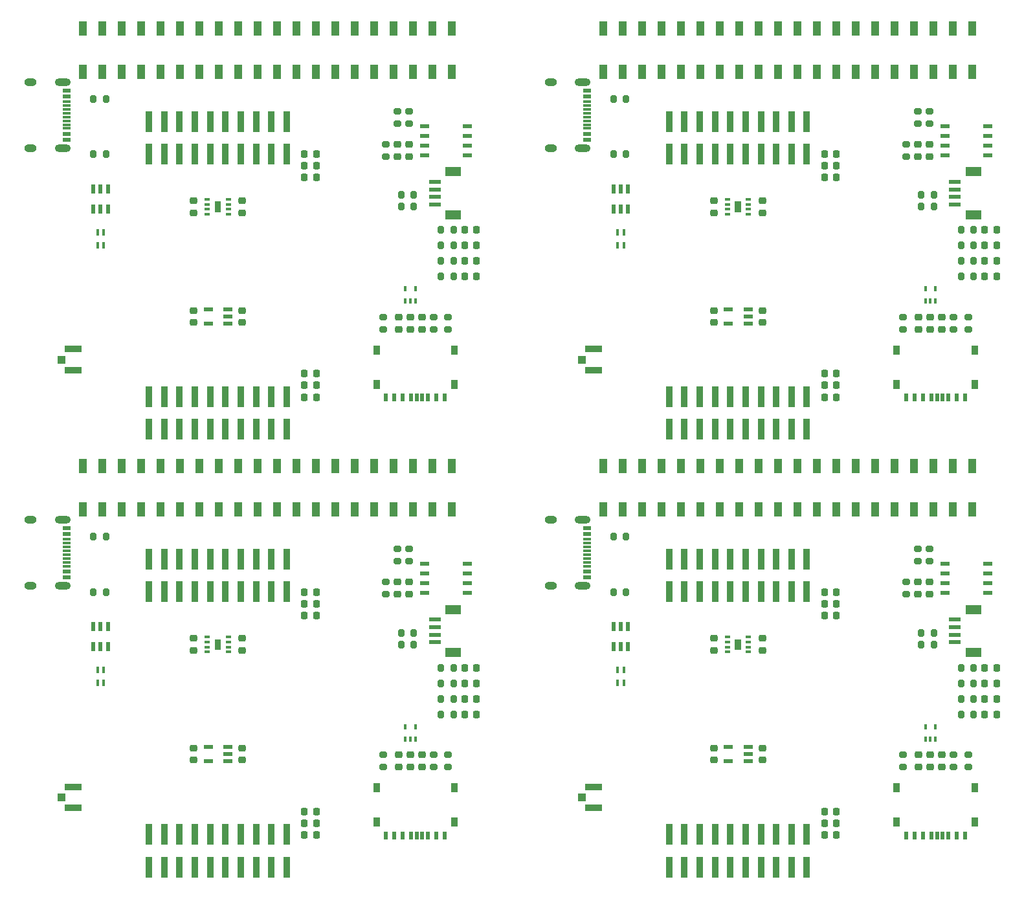
<source format=gtp>
%TF.GenerationSoftware,KiCad,Pcbnew,8.0.7*%
%TF.CreationDate,2025-03-20T16:22:27+00:00*%
%TF.ProjectId,SparkFun_GNSS_Flex_pHAT_panelized,53706172-6b46-4756-9e5f-474e53535f46,v10*%
%TF.SameCoordinates,Original*%
%TF.FileFunction,Paste,Top*%
%TF.FilePolarity,Positive*%
%FSLAX46Y46*%
G04 Gerber Fmt 4.6, Leading zero omitted, Abs format (unit mm)*
G04 Created by KiCad (PCBNEW 8.0.7) date 2025-03-20 16:22:27*
%MOMM*%
%LPD*%
G01*
G04 APERTURE LIST*
G04 Aperture macros list*
%AMRoundRect*
0 Rectangle with rounded corners*
0 $1 Rounding radius*
0 $2 $3 $4 $5 $6 $7 $8 $9 X,Y pos of 4 corners*
0 Add a 4 corners polygon primitive as box body*
4,1,4,$2,$3,$4,$5,$6,$7,$8,$9,$2,$3,0*
0 Add four circle primitives for the rounded corners*
1,1,$1+$1,$2,$3*
1,1,$1+$1,$4,$5*
1,1,$1+$1,$6,$7*
1,1,$1+$1,$8,$9*
0 Add four rect primitives between the rounded corners*
20,1,$1+$1,$2,$3,$4,$5,0*
20,1,$1+$1,$4,$5,$6,$7,0*
20,1,$1+$1,$6,$7,$8,$9,0*
20,1,$1+$1,$8,$9,$2,$3,0*%
G04 Aperture macros list end*
%ADD10RoundRect,0.200000X0.200000X0.275000X-0.200000X0.275000X-0.200000X-0.275000X0.200000X-0.275000X0*%
%ADD11RoundRect,0.225000X-0.225000X-0.250000X0.225000X-0.250000X0.225000X0.250000X-0.225000X0.250000X0*%
%ADD12RoundRect,0.218750X0.218750X0.256250X-0.218750X0.256250X-0.218750X-0.256250X0.218750X-0.256250X0*%
%ADD13R,0.900000X2.750000*%
%ADD14RoundRect,0.225000X0.250000X-0.225000X0.250000X0.225000X-0.250000X0.225000X-0.250000X-0.225000X0*%
%ADD15RoundRect,0.200000X0.275000X-0.200000X0.275000X0.200000X-0.275000X0.200000X-0.275000X-0.200000X0*%
%ADD16RoundRect,0.200000X-0.200000X-0.275000X0.200000X-0.275000X0.200000X0.275000X-0.200000X0.275000X0*%
%ADD17RoundRect,0.200000X-0.275000X0.200000X-0.275000X-0.200000X0.275000X-0.200000X0.275000X0.200000X0*%
%ADD18R,0.500000X1.000000*%
%ADD19R,0.950000X1.200000*%
%ADD20R,0.550000X1.200000*%
%ADD21R,1.020000X1.870000*%
%ADD22R,1.550000X0.600000*%
%ADD23R,2.000000X1.200000*%
%ADD24RoundRect,0.225000X-0.250000X0.225000X-0.250000X-0.225000X0.250000X-0.225000X0.250000X0.225000X0*%
%ADD25R,1.200000X0.550000*%
%ADD26RoundRect,0.225000X0.225000X0.250000X-0.225000X0.250000X-0.225000X-0.250000X0.225000X-0.250000X0*%
%ADD27R,1.050000X1.000000*%
%ADD28R,2.200000X0.850000*%
%ADD29R,0.650000X0.300000*%
%ADD30R,1.000000X0.300000*%
%ADD31R,1.000000X0.600000*%
%ADD32O,1.600000X1.000000*%
%ADD33O,2.100000X1.000000*%
%ADD34R,1.200000X0.600000*%
%ADD35R,0.300000X0.700000*%
%ADD36R,0.400000X0.900000*%
G04 APERTURE END LIST*
%TO.C,U2*%
G36*
X25600000Y32687500D02*
G01*
X26400000Y32687500D01*
X26400000Y31312500D01*
X25600000Y31312500D01*
X25600000Y32687500D01*
G37*
G36*
X93640000Y89937500D02*
G01*
X94440000Y89937500D01*
X94440000Y88562500D01*
X93640000Y88562500D01*
X93640000Y89937500D01*
G37*
G36*
X25600000Y89937500D02*
G01*
X26400000Y89937500D01*
X26400000Y88562500D01*
X25600000Y88562500D01*
X25600000Y89937500D01*
G37*
G36*
X93640000Y32687500D02*
G01*
X94440000Y32687500D01*
X94440000Y31312500D01*
X93640000Y31312500D01*
X93640000Y32687500D01*
G37*
%TD*%
D10*
%TO.C,R5*%
X51625000Y89254000D03*
X49975000Y89254000D03*
%TD*%
%TO.C,R5*%
X51625000Y32004000D03*
X49975000Y32004000D03*
%TD*%
%TO.C,R5*%
X119665000Y32004000D03*
X118015000Y32004000D03*
%TD*%
%TO.C,R5*%
X119665000Y89254000D03*
X118015000Y89254000D03*
%TD*%
D11*
%TO.C,C15*%
X105365000Y93064000D03*
X106915000Y93064000D03*
%TD*%
%TO.C,C15*%
X37325000Y35814000D03*
X38875000Y35814000D03*
%TD*%
%TO.C,C15*%
X37325000Y93064000D03*
X38875000Y93064000D03*
%TD*%
%TO.C,C15*%
X105365000Y35814000D03*
X106915000Y35814000D03*
%TD*%
%TO.C,C12*%
X37325000Y67410000D03*
X38875000Y67410000D03*
%TD*%
%TO.C,C12*%
X105365000Y10160000D03*
X106915000Y10160000D03*
%TD*%
%TO.C,C12*%
X105365000Y67410000D03*
X106915000Y67410000D03*
%TD*%
%TO.C,C12*%
X37325000Y10160000D03*
X38875000Y10160000D03*
%TD*%
D12*
%TO.C,D4*%
X127882500Y22860000D03*
X126307500Y22860000D03*
%TD*%
%TO.C,D4*%
X59842500Y80110000D03*
X58267500Y80110000D03*
%TD*%
%TO.C,D4*%
X127882500Y80110000D03*
X126307500Y80110000D03*
%TD*%
%TO.C,D4*%
X59842500Y22860000D03*
X58267500Y22860000D03*
%TD*%
D13*
%TO.C,J4*%
X85040000Y38875000D03*
X85040000Y43125000D03*
X87040000Y38875000D03*
X87040000Y43125000D03*
X89040000Y38875000D03*
X89040000Y43125000D03*
X91040000Y38875000D03*
X91040000Y43125000D03*
X93040000Y38875000D03*
X93040000Y43125000D03*
X95040000Y38875000D03*
X95040000Y43125000D03*
X97040000Y38875000D03*
X97040000Y43125000D03*
X99040000Y38875000D03*
X99040000Y43125000D03*
X101040000Y38875000D03*
X101040000Y43125000D03*
X103040000Y38875000D03*
X103040000Y43125000D03*
%TD*%
%TO.C,J4*%
X17000000Y96125000D03*
X17000000Y100375000D03*
X19000000Y96125000D03*
X19000000Y100375000D03*
X21000000Y96125000D03*
X21000000Y100375000D03*
X23000000Y96125000D03*
X23000000Y100375000D03*
X25000000Y96125000D03*
X25000000Y100375000D03*
X27000000Y96125000D03*
X27000000Y100375000D03*
X29000000Y96125000D03*
X29000000Y100375000D03*
X31000000Y96125000D03*
X31000000Y100375000D03*
X33000000Y96125000D03*
X33000000Y100375000D03*
X35000000Y96125000D03*
X35000000Y100375000D03*
%TD*%
%TO.C,J4*%
X85040000Y96125000D03*
X85040000Y100375000D03*
X87040000Y96125000D03*
X87040000Y100375000D03*
X89040000Y96125000D03*
X89040000Y100375000D03*
X91040000Y96125000D03*
X91040000Y100375000D03*
X93040000Y96125000D03*
X93040000Y100375000D03*
X95040000Y96125000D03*
X95040000Y100375000D03*
X97040000Y96125000D03*
X97040000Y100375000D03*
X99040000Y96125000D03*
X99040000Y100375000D03*
X101040000Y96125000D03*
X101040000Y100375000D03*
X103040000Y96125000D03*
X103040000Y100375000D03*
%TD*%
%TO.C,J4*%
X17000000Y38875000D03*
X17000000Y43125000D03*
X19000000Y38875000D03*
X19000000Y43125000D03*
X21000000Y38875000D03*
X21000000Y43125000D03*
X23000000Y38875000D03*
X23000000Y43125000D03*
X25000000Y38875000D03*
X25000000Y43125000D03*
X27000000Y38875000D03*
X27000000Y43125000D03*
X29000000Y38875000D03*
X29000000Y43125000D03*
X31000000Y38875000D03*
X31000000Y43125000D03*
X33000000Y38875000D03*
X33000000Y43125000D03*
X35000000Y38875000D03*
X35000000Y43125000D03*
%TD*%
D14*
%TO.C,C1*%
X49530000Y95845000D03*
X49530000Y97395000D03*
%TD*%
%TO.C,C1*%
X117570000Y38595000D03*
X117570000Y40145000D03*
%TD*%
%TO.C,C1*%
X49530000Y38595000D03*
X49530000Y40145000D03*
%TD*%
%TO.C,C1*%
X117570000Y95845000D03*
X117570000Y97395000D03*
%TD*%
D15*
%TO.C,R8*%
X47625000Y15939000D03*
X47625000Y17589000D03*
%TD*%
%TO.C,R8*%
X115665000Y15939000D03*
X115665000Y17589000D03*
%TD*%
%TO.C,R8*%
X47625000Y73189000D03*
X47625000Y74839000D03*
%TD*%
%TO.C,R8*%
X115665000Y73189000D03*
X115665000Y74839000D03*
%TD*%
D11*
%TO.C,C10*%
X37325000Y7093000D03*
X38875000Y7093000D03*
%TD*%
%TO.C,C10*%
X37325000Y64343000D03*
X38875000Y64343000D03*
%TD*%
%TO.C,C10*%
X105365000Y64343000D03*
X106915000Y64343000D03*
%TD*%
%TO.C,C10*%
X105365000Y7093000D03*
X106915000Y7093000D03*
%TD*%
D14*
%TO.C,C3*%
X22860000Y31229000D03*
X22860000Y32779000D03*
%TD*%
%TO.C,C3*%
X90900000Y88479000D03*
X90900000Y90029000D03*
%TD*%
%TO.C,C3*%
X22860000Y88479000D03*
X22860000Y90029000D03*
%TD*%
%TO.C,C3*%
X90900000Y31229000D03*
X90900000Y32779000D03*
%TD*%
D13*
%TO.C,J2*%
X17000000Y2875000D03*
X17000000Y7125000D03*
X19000000Y2875000D03*
X19000000Y7125000D03*
X21000000Y2875000D03*
X21000000Y7125000D03*
X23000000Y2875000D03*
X23000000Y7125000D03*
X25000000Y2875000D03*
X25000000Y7125000D03*
X27000000Y2875000D03*
X27000000Y7125000D03*
X29000000Y2875000D03*
X29000000Y7125000D03*
X31000000Y2875000D03*
X31000000Y7125000D03*
X33000000Y2875000D03*
X33000000Y7125000D03*
X35000000Y2875000D03*
X35000000Y7125000D03*
%TD*%
%TO.C,J2*%
X85040000Y60125000D03*
X85040000Y64375000D03*
X87040000Y60125000D03*
X87040000Y64375000D03*
X89040000Y60125000D03*
X89040000Y64375000D03*
X91040000Y60125000D03*
X91040000Y64375000D03*
X93040000Y60125000D03*
X93040000Y64375000D03*
X95040000Y60125000D03*
X95040000Y64375000D03*
X97040000Y60125000D03*
X97040000Y64375000D03*
X99040000Y60125000D03*
X99040000Y64375000D03*
X101040000Y60125000D03*
X101040000Y64375000D03*
X103040000Y60125000D03*
X103040000Y64375000D03*
%TD*%
%TO.C,J2*%
X17000000Y60125000D03*
X17000000Y64375000D03*
X19000000Y60125000D03*
X19000000Y64375000D03*
X21000000Y60125000D03*
X21000000Y64375000D03*
X23000000Y60125000D03*
X23000000Y64375000D03*
X25000000Y60125000D03*
X25000000Y64375000D03*
X27000000Y60125000D03*
X27000000Y64375000D03*
X29000000Y60125000D03*
X29000000Y64375000D03*
X31000000Y60125000D03*
X31000000Y64375000D03*
X33000000Y60125000D03*
X33000000Y64375000D03*
X35000000Y60125000D03*
X35000000Y64375000D03*
%TD*%
%TO.C,J2*%
X85040000Y2875000D03*
X85040000Y7125000D03*
X87040000Y2875000D03*
X87040000Y7125000D03*
X89040000Y2875000D03*
X89040000Y7125000D03*
X91040000Y2875000D03*
X91040000Y7125000D03*
X93040000Y2875000D03*
X93040000Y7125000D03*
X95040000Y2875000D03*
X95040000Y7125000D03*
X97040000Y2875000D03*
X97040000Y7125000D03*
X99040000Y2875000D03*
X99040000Y7125000D03*
X101040000Y2875000D03*
X101040000Y7125000D03*
X103040000Y2875000D03*
X103040000Y7125000D03*
%TD*%
D16*
%TO.C,R14*%
X55182000Y28956000D03*
X56832000Y28956000D03*
%TD*%
%TO.C,R14*%
X123222000Y28956000D03*
X124872000Y28956000D03*
%TD*%
%TO.C,R14*%
X55182000Y86206000D03*
X56832000Y86206000D03*
%TD*%
%TO.C,R14*%
X123222000Y86206000D03*
X124872000Y86206000D03*
%TD*%
D10*
%TO.C,R10*%
X11366000Y38862000D03*
X9716000Y38862000D03*
%TD*%
%TO.C,R10*%
X11366000Y96112000D03*
X9716000Y96112000D03*
%TD*%
%TO.C,R10*%
X79406000Y38862000D03*
X77756000Y38862000D03*
%TD*%
%TO.C,R10*%
X79406000Y96112000D03*
X77756000Y96112000D03*
%TD*%
%TO.C,R9*%
X11366000Y46101000D03*
X9716000Y46101000D03*
%TD*%
%TO.C,R9*%
X11366000Y103351000D03*
X9716000Y103351000D03*
%TD*%
%TO.C,R9*%
X79406000Y46101000D03*
X77756000Y46101000D03*
%TD*%
%TO.C,R9*%
X79406000Y103351000D03*
X77756000Y103351000D03*
%TD*%
D11*
%TO.C,C13*%
X37325000Y38862000D03*
X38875000Y38862000D03*
%TD*%
%TO.C,C13*%
X37325000Y96112000D03*
X38875000Y96112000D03*
%TD*%
%TO.C,C13*%
X105365000Y38862000D03*
X106915000Y38862000D03*
%TD*%
%TO.C,C13*%
X105365000Y96112000D03*
X106915000Y96112000D03*
%TD*%
D12*
%TO.C,D5*%
X59842500Y26924000D03*
X58267500Y26924000D03*
%TD*%
%TO.C,D5*%
X127882500Y84174000D03*
X126307500Y84174000D03*
%TD*%
%TO.C,D5*%
X127882500Y26924000D03*
X126307500Y26924000D03*
%TD*%
%TO.C,D5*%
X59842500Y84174000D03*
X58267500Y84174000D03*
%TD*%
D10*
%TO.C,R11*%
X56832000Y24892000D03*
X55182000Y24892000D03*
%TD*%
%TO.C,R11*%
X124872000Y82142000D03*
X123222000Y82142000D03*
%TD*%
%TO.C,R11*%
X56832000Y82142000D03*
X55182000Y82142000D03*
%TD*%
%TO.C,R11*%
X124872000Y24892000D03*
X123222000Y24892000D03*
%TD*%
D17*
%TO.C,R3*%
X48006000Y40195000D03*
X48006000Y38545000D03*
%TD*%
%TO.C,R3*%
X116046000Y40195000D03*
X116046000Y38545000D03*
%TD*%
%TO.C,R3*%
X116046000Y97445000D03*
X116046000Y95795000D03*
%TD*%
%TO.C,R3*%
X48006000Y97445000D03*
X48006000Y95795000D03*
%TD*%
D18*
%TO.C,J5*%
X55700000Y7025000D03*
X54600000Y7025000D03*
X53500000Y7025000D03*
X52750000Y7025000D03*
X51300000Y7025000D03*
X50200000Y7025000D03*
X49100000Y7025000D03*
X48000000Y7025000D03*
X52050000Y7025000D03*
D19*
X46750000Y13225000D03*
X46750000Y8775000D03*
X56950000Y13225000D03*
X56950000Y8775000D03*
%TD*%
D18*
%TO.C,J5*%
X123740000Y7025000D03*
X122640000Y7025000D03*
X121540000Y7025000D03*
X120790000Y7025000D03*
X119340000Y7025000D03*
X118240000Y7025000D03*
X117140000Y7025000D03*
X116040000Y7025000D03*
X120090000Y7025000D03*
D19*
X114790000Y13225000D03*
X114790000Y8775000D03*
X124990000Y13225000D03*
X124990000Y8775000D03*
%TD*%
D18*
%TO.C,J5*%
X55700000Y64275000D03*
X54600000Y64275000D03*
X53500000Y64275000D03*
X52750000Y64275000D03*
X51300000Y64275000D03*
X50200000Y64275000D03*
X49100000Y64275000D03*
X48000000Y64275000D03*
X52050000Y64275000D03*
D19*
X46750000Y70475000D03*
X46750000Y66025000D03*
X56950000Y70475000D03*
X56950000Y66025000D03*
%TD*%
D18*
%TO.C,J5*%
X123740000Y64275000D03*
X122640000Y64275000D03*
X121540000Y64275000D03*
X120790000Y64275000D03*
X119340000Y64275000D03*
X118240000Y64275000D03*
X117140000Y64275000D03*
X116040000Y64275000D03*
X120090000Y64275000D03*
D19*
X114790000Y70475000D03*
X114790000Y66025000D03*
X124990000Y70475000D03*
X124990000Y66025000D03*
%TD*%
D14*
%TO.C,C8*%
X49657000Y15989000D03*
X49657000Y17539000D03*
%TD*%
%TO.C,C8*%
X49657000Y73239000D03*
X49657000Y74789000D03*
%TD*%
%TO.C,C8*%
X117697000Y15989000D03*
X117697000Y17539000D03*
%TD*%
%TO.C,C8*%
X117697000Y73239000D03*
X117697000Y74789000D03*
%TD*%
%TO.C,C7*%
X52705000Y15989000D03*
X52705000Y17539000D03*
%TD*%
%TO.C,C7*%
X120745000Y73239000D03*
X120745000Y74789000D03*
%TD*%
%TO.C,C7*%
X120745000Y15989000D03*
X120745000Y17539000D03*
%TD*%
%TO.C,C7*%
X52705000Y73239000D03*
X52705000Y74789000D03*
%TD*%
D20*
%TO.C,D1*%
X9718000Y31719900D03*
X10668000Y31719900D03*
X11618000Y31719900D03*
X11618000Y34320100D03*
X10668000Y34320000D03*
X9718000Y34320100D03*
%TD*%
%TO.C,D1*%
X77758000Y88969900D03*
X78708000Y88969900D03*
X79658000Y88969900D03*
X79658000Y91570100D03*
X78708000Y91570000D03*
X77758000Y91570100D03*
%TD*%
%TO.C,D1*%
X9718000Y88969900D03*
X10668000Y88969900D03*
X11618000Y88969900D03*
X11618000Y91570100D03*
X10668000Y91570000D03*
X9718000Y91570100D03*
%TD*%
%TO.C,D1*%
X77758000Y31719900D03*
X78708000Y31719900D03*
X79658000Y31719900D03*
X79658000Y34320100D03*
X78708000Y34320000D03*
X77758000Y34320100D03*
%TD*%
D21*
%TO.C,J1*%
X8370000Y49635000D03*
X8370000Y55365000D03*
X10910000Y49635000D03*
X10910000Y55365000D03*
X13450000Y49635000D03*
X13450000Y55365000D03*
X15990000Y49635000D03*
X15990000Y55365000D03*
X18530000Y49635000D03*
X18530000Y55365000D03*
X21070000Y49635000D03*
X21070000Y55365000D03*
X23610000Y49635000D03*
X23610000Y55365000D03*
X26150000Y49635000D03*
X26150000Y55365000D03*
X28690000Y49635000D03*
X28690000Y55365000D03*
X31230000Y49635000D03*
X31230000Y55365000D03*
X33770000Y49635000D03*
X33770000Y55365000D03*
X36310000Y49635000D03*
X36310000Y55365000D03*
X38850000Y49635000D03*
X38850000Y55365000D03*
X41390000Y49635000D03*
X41390000Y55365000D03*
X43930000Y49635000D03*
X43930000Y55365000D03*
X46470000Y49635000D03*
X46470000Y55365000D03*
X49010000Y49635000D03*
X49010000Y55365000D03*
X51550000Y49635000D03*
X51550000Y55365000D03*
X54090000Y49635000D03*
X54090000Y55365000D03*
X56630000Y49635000D03*
X56630000Y55365000D03*
%TD*%
%TO.C,J1*%
X76410000Y49635000D03*
X76410000Y55365000D03*
X78950000Y49635000D03*
X78950000Y55365000D03*
X81490000Y49635000D03*
X81490000Y55365000D03*
X84030000Y49635000D03*
X84030000Y55365000D03*
X86570000Y49635000D03*
X86570000Y55365000D03*
X89110000Y49635000D03*
X89110000Y55365000D03*
X91650000Y49635000D03*
X91650000Y55365000D03*
X94190000Y49635000D03*
X94190000Y55365000D03*
X96730000Y49635000D03*
X96730000Y55365000D03*
X99270000Y49635000D03*
X99270000Y55365000D03*
X101810000Y49635000D03*
X101810000Y55365000D03*
X104350000Y49635000D03*
X104350000Y55365000D03*
X106890000Y49635000D03*
X106890000Y55365000D03*
X109430000Y49635000D03*
X109430000Y55365000D03*
X111970000Y49635000D03*
X111970000Y55365000D03*
X114510000Y49635000D03*
X114510000Y55365000D03*
X117050000Y49635000D03*
X117050000Y55365000D03*
X119590000Y49635000D03*
X119590000Y55365000D03*
X122130000Y49635000D03*
X122130000Y55365000D03*
X124670000Y49635000D03*
X124670000Y55365000D03*
%TD*%
%TO.C,J1*%
X8370000Y106885000D03*
X8370000Y112615000D03*
X10910000Y106885000D03*
X10910000Y112615000D03*
X13450000Y106885000D03*
X13450000Y112615000D03*
X15990000Y106885000D03*
X15990000Y112615000D03*
X18530000Y106885000D03*
X18530000Y112615000D03*
X21070000Y106885000D03*
X21070000Y112615000D03*
X23610000Y106885000D03*
X23610000Y112615000D03*
X26150000Y106885000D03*
X26150000Y112615000D03*
X28690000Y106885000D03*
X28690000Y112615000D03*
X31230000Y106885000D03*
X31230000Y112615000D03*
X33770000Y106885000D03*
X33770000Y112615000D03*
X36310000Y106885000D03*
X36310000Y112615000D03*
X38850000Y106885000D03*
X38850000Y112615000D03*
X41390000Y106885000D03*
X41390000Y112615000D03*
X43930000Y106885000D03*
X43930000Y112615000D03*
X46470000Y106885000D03*
X46470000Y112615000D03*
X49010000Y106885000D03*
X49010000Y112615000D03*
X51550000Y106885000D03*
X51550000Y112615000D03*
X54090000Y106885000D03*
X54090000Y112615000D03*
X56630000Y106885000D03*
X56630000Y112615000D03*
%TD*%
%TO.C,J1*%
X76410000Y106885000D03*
X76410000Y112615000D03*
X78950000Y106885000D03*
X78950000Y112615000D03*
X81490000Y106885000D03*
X81490000Y112615000D03*
X84030000Y106885000D03*
X84030000Y112615000D03*
X86570000Y106885000D03*
X86570000Y112615000D03*
X89110000Y106885000D03*
X89110000Y112615000D03*
X91650000Y106885000D03*
X91650000Y112615000D03*
X94190000Y106885000D03*
X94190000Y112615000D03*
X96730000Y106885000D03*
X96730000Y112615000D03*
X99270000Y106885000D03*
X99270000Y112615000D03*
X101810000Y106885000D03*
X101810000Y112615000D03*
X104350000Y106885000D03*
X104350000Y112615000D03*
X106890000Y106885000D03*
X106890000Y112615000D03*
X109430000Y106885000D03*
X109430000Y112615000D03*
X111970000Y106885000D03*
X111970000Y112615000D03*
X114510000Y106885000D03*
X114510000Y112615000D03*
X117050000Y106885000D03*
X117050000Y112615000D03*
X119590000Y106885000D03*
X119590000Y112615000D03*
X122130000Y106885000D03*
X122130000Y112615000D03*
X124670000Y106885000D03*
X124670000Y112615000D03*
%TD*%
D10*
%TO.C,R4*%
X51625000Y33528000D03*
X49975000Y33528000D03*
%TD*%
%TO.C,R4*%
X51625000Y90778000D03*
X49975000Y90778000D03*
%TD*%
%TO.C,R4*%
X119665000Y33528000D03*
X118015000Y33528000D03*
%TD*%
%TO.C,R4*%
X119665000Y90778000D03*
X118015000Y90778000D03*
%TD*%
D22*
%TO.C,J8*%
X54369000Y35282000D03*
X54369000Y34282000D03*
X54369000Y33282000D03*
X54369000Y32282000D03*
D23*
X56794000Y36582000D03*
X56794000Y30982000D03*
%TD*%
D22*
%TO.C,J8*%
X122409000Y35282000D03*
X122409000Y34282000D03*
X122409000Y33282000D03*
X122409000Y32282000D03*
D23*
X124834000Y36582000D03*
X124834000Y30982000D03*
%TD*%
D22*
%TO.C,J8*%
X122409000Y92532000D03*
X122409000Y91532000D03*
X122409000Y90532000D03*
X122409000Y89532000D03*
D23*
X124834000Y93832000D03*
X124834000Y88232000D03*
%TD*%
D22*
%TO.C,J8*%
X54369000Y92532000D03*
X54369000Y91532000D03*
X54369000Y90532000D03*
X54369000Y89532000D03*
D23*
X56794000Y93832000D03*
X56794000Y88232000D03*
%TD*%
D10*
%TO.C,R13*%
X56832000Y26924000D03*
X55182000Y26924000D03*
%TD*%
%TO.C,R13*%
X56832000Y84174000D03*
X55182000Y84174000D03*
%TD*%
%TO.C,R13*%
X124872000Y84174000D03*
X123222000Y84174000D03*
%TD*%
%TO.C,R13*%
X124872000Y26924000D03*
X123222000Y26924000D03*
%TD*%
D15*
%TO.C,R2*%
X51054000Y42863000D03*
X51054000Y44513000D03*
%TD*%
%TO.C,R2*%
X119094000Y42863000D03*
X119094000Y44513000D03*
%TD*%
%TO.C,R2*%
X51054000Y100113000D03*
X51054000Y101763000D03*
%TD*%
%TO.C,R2*%
X119094000Y100113000D03*
X119094000Y101763000D03*
%TD*%
%TO.C,R1*%
X49530000Y42863000D03*
X49530000Y44513000D03*
%TD*%
%TO.C,R1*%
X49530000Y100113000D03*
X49530000Y101763000D03*
%TD*%
%TO.C,R1*%
X117570000Y100113000D03*
X117570000Y101763000D03*
%TD*%
%TO.C,R1*%
X117570000Y42863000D03*
X117570000Y44513000D03*
%TD*%
%TO.C,R6*%
X56134000Y15939000D03*
X56134000Y17589000D03*
%TD*%
%TO.C,R6*%
X124174000Y15939000D03*
X124174000Y17589000D03*
%TD*%
%TO.C,R6*%
X56134000Y73189000D03*
X56134000Y74839000D03*
%TD*%
%TO.C,R6*%
X124174000Y73189000D03*
X124174000Y74839000D03*
%TD*%
D12*
%TO.C,D6*%
X59842500Y28956000D03*
X58267500Y28956000D03*
%TD*%
%TO.C,D6*%
X127882500Y28956000D03*
X126307500Y28956000D03*
%TD*%
%TO.C,D6*%
X59842500Y86206000D03*
X58267500Y86206000D03*
%TD*%
%TO.C,D6*%
X127882500Y86206000D03*
X126307500Y86206000D03*
%TD*%
D24*
%TO.C,C9*%
X51181000Y17539000D03*
X51181000Y15989000D03*
%TD*%
%TO.C,C9*%
X119221000Y17539000D03*
X119221000Y15989000D03*
%TD*%
%TO.C,C9*%
X51181000Y74789000D03*
X51181000Y73239000D03*
%TD*%
%TO.C,C9*%
X119221000Y74789000D03*
X119221000Y73239000D03*
%TD*%
%TO.C,C5*%
X22860000Y18428000D03*
X22860000Y16878000D03*
%TD*%
%TO.C,C5*%
X22860000Y75678000D03*
X22860000Y74128000D03*
%TD*%
%TO.C,C5*%
X90900000Y18428000D03*
X90900000Y16878000D03*
%TD*%
%TO.C,C5*%
X90900000Y75678000D03*
X90900000Y74128000D03*
%TD*%
D25*
%TO.C,U3*%
X27335100Y16703000D03*
X27335100Y17653000D03*
X27335100Y18603000D03*
X24734900Y18603000D03*
X24734900Y16703000D03*
%TD*%
%TO.C,U3*%
X95375100Y16703000D03*
X95375100Y17653000D03*
X95375100Y18603000D03*
X92774900Y18603000D03*
X92774900Y16703000D03*
%TD*%
%TO.C,U3*%
X27335100Y73953000D03*
X27335100Y74903000D03*
X27335100Y75853000D03*
X24734900Y75853000D03*
X24734900Y73953000D03*
%TD*%
%TO.C,U3*%
X95375100Y73953000D03*
X95375100Y74903000D03*
X95375100Y75853000D03*
X92774900Y75853000D03*
X92774900Y73953000D03*
%TD*%
D26*
%TO.C,C11*%
X38875000Y8636000D03*
X37325000Y8636000D03*
%TD*%
%TO.C,C11*%
X38875000Y65886000D03*
X37325000Y65886000D03*
%TD*%
%TO.C,C11*%
X106915000Y8636000D03*
X105365000Y8636000D03*
%TD*%
%TO.C,C11*%
X106915000Y65886000D03*
X105365000Y65886000D03*
%TD*%
D27*
%TO.C,J3*%
X5587000Y12000000D03*
D28*
X7112000Y10625000D03*
X7112000Y13375000D03*
%TD*%
D27*
%TO.C,J3*%
X73627000Y69250000D03*
D28*
X75152000Y67875000D03*
X75152000Y70625000D03*
%TD*%
D27*
%TO.C,J3*%
X5587000Y69250000D03*
D28*
X7112000Y67875000D03*
X7112000Y70625000D03*
%TD*%
D27*
%TO.C,J3*%
X73627000Y12000000D03*
D28*
X75152000Y10625000D03*
X75152000Y13375000D03*
%TD*%
D14*
%TO.C,C4*%
X29210000Y16878000D03*
X29210000Y18428000D03*
%TD*%
%TO.C,C4*%
X29210000Y74128000D03*
X29210000Y75678000D03*
%TD*%
%TO.C,C4*%
X97250000Y74128000D03*
X97250000Y75678000D03*
%TD*%
%TO.C,C4*%
X97250000Y16878000D03*
X97250000Y18428000D03*
%TD*%
D29*
%TO.C,U2*%
X24625000Y32975000D03*
X24625000Y32325000D03*
X24625000Y31675000D03*
X24625000Y31025000D03*
X27375000Y31025000D03*
X27375000Y31675000D03*
X27375000Y32325000D03*
X27375000Y32975000D03*
%TD*%
%TO.C,U2*%
X92665000Y90225000D03*
X92665000Y89575000D03*
X92665000Y88925000D03*
X92665000Y88275000D03*
X95415000Y88275000D03*
X95415000Y88925000D03*
X95415000Y89575000D03*
X95415000Y90225000D03*
%TD*%
%TO.C,U2*%
X24625000Y90225000D03*
X24625000Y89575000D03*
X24625000Y88925000D03*
X24625000Y88275000D03*
X27375000Y88275000D03*
X27375000Y88925000D03*
X27375000Y89575000D03*
X27375000Y90225000D03*
%TD*%
%TO.C,U2*%
X92665000Y32975000D03*
X92665000Y32325000D03*
X92665000Y31675000D03*
X92665000Y31025000D03*
X95415000Y31025000D03*
X95415000Y31675000D03*
X95415000Y32325000D03*
X95415000Y32975000D03*
%TD*%
D14*
%TO.C,C6*%
X51054000Y38595000D03*
X51054000Y40145000D03*
%TD*%
%TO.C,C6*%
X51054000Y95845000D03*
X51054000Y97395000D03*
%TD*%
%TO.C,C6*%
X119094000Y38595000D03*
X119094000Y40145000D03*
%TD*%
%TO.C,C6*%
X119094000Y95845000D03*
X119094000Y97395000D03*
%TD*%
%TO.C,C2*%
X29210000Y31229000D03*
X29210000Y32779000D03*
%TD*%
%TO.C,C2*%
X29210000Y88479000D03*
X29210000Y90029000D03*
%TD*%
%TO.C,C2*%
X97250000Y31229000D03*
X97250000Y32779000D03*
%TD*%
%TO.C,C2*%
X97250000Y88479000D03*
X97250000Y90029000D03*
%TD*%
D15*
%TO.C,R7*%
X54229000Y15939000D03*
X54229000Y17589000D03*
%TD*%
%TO.C,R7*%
X54229000Y73189000D03*
X54229000Y74839000D03*
%TD*%
%TO.C,R7*%
X122269000Y73189000D03*
X122269000Y74839000D03*
%TD*%
%TO.C,R7*%
X122269000Y15939000D03*
X122269000Y17589000D03*
%TD*%
D10*
%TO.C,R12*%
X56832000Y22860000D03*
X55182000Y22860000D03*
%TD*%
%TO.C,R12*%
X124872000Y22860000D03*
X123222000Y22860000D03*
%TD*%
%TO.C,R12*%
X56832000Y80110000D03*
X55182000Y80110000D03*
%TD*%
%TO.C,R12*%
X124872000Y80110000D03*
X123222000Y80110000D03*
%TD*%
D26*
%TO.C,C14*%
X38875000Y37338000D03*
X37325000Y37338000D03*
%TD*%
%TO.C,C14*%
X38875000Y94588000D03*
X37325000Y94588000D03*
%TD*%
%TO.C,C14*%
X106915000Y94588000D03*
X105365000Y94588000D03*
%TD*%
%TO.C,C14*%
X106915000Y37338000D03*
X105365000Y37338000D03*
%TD*%
D30*
%TO.C,J6*%
X6260000Y45250000D03*
X6260000Y44250000D03*
X6260000Y43750000D03*
X6260000Y42750000D03*
X6260000Y42250000D03*
X6260000Y43250000D03*
X6260000Y44750000D03*
X6260000Y45750000D03*
D31*
X6260000Y47225000D03*
X6260000Y40775000D03*
D32*
X1505000Y48318000D03*
D33*
X5685000Y48318000D03*
X5685000Y39682000D03*
D32*
X1505000Y39682000D03*
D31*
X6260000Y46450000D03*
X6260000Y41550000D03*
%TD*%
D30*
%TO.C,J6*%
X6260000Y102500000D03*
X6260000Y101500000D03*
X6260000Y101000000D03*
X6260000Y100000000D03*
X6260000Y99500000D03*
X6260000Y100500000D03*
X6260000Y102000000D03*
X6260000Y103000000D03*
D31*
X6260000Y104475000D03*
X6260000Y98025000D03*
D32*
X1505000Y105568000D03*
D33*
X5685000Y105568000D03*
X5685000Y96932000D03*
D32*
X1505000Y96932000D03*
D31*
X6260000Y103700000D03*
X6260000Y98800000D03*
%TD*%
D30*
%TO.C,J6*%
X74300000Y102500000D03*
X74300000Y101500000D03*
X74300000Y101000000D03*
X74300000Y100000000D03*
X74300000Y99500000D03*
X74300000Y100500000D03*
X74300000Y102000000D03*
X74300000Y103000000D03*
D31*
X74300000Y104475000D03*
X74300000Y98025000D03*
D32*
X69545000Y105568000D03*
D33*
X73725000Y105568000D03*
X73725000Y96932000D03*
D32*
X69545000Y96932000D03*
D31*
X74300000Y103700000D03*
X74300000Y98800000D03*
%TD*%
D30*
%TO.C,J6*%
X74300000Y45250000D03*
X74300000Y44250000D03*
X74300000Y43750000D03*
X74300000Y42750000D03*
X74300000Y42250000D03*
X74300000Y43250000D03*
X74300000Y44750000D03*
X74300000Y45750000D03*
D31*
X74300000Y47225000D03*
X74300000Y40775000D03*
D32*
X69545000Y48318000D03*
D33*
X73725000Y48318000D03*
X73725000Y39682000D03*
D32*
X69545000Y39682000D03*
D31*
X74300000Y46450000D03*
X74300000Y41550000D03*
%TD*%
D34*
%TO.C,U1*%
X58680000Y38735000D03*
X58680000Y40005000D03*
X58680000Y41275000D03*
X58680000Y42545000D03*
X53080000Y42545000D03*
X53080000Y41275000D03*
X53080000Y40005000D03*
X53080000Y38735000D03*
%TD*%
%TO.C,U1*%
X126720000Y95985000D03*
X126720000Y97255000D03*
X126720000Y98525000D03*
X126720000Y99795000D03*
X121120000Y99795000D03*
X121120000Y98525000D03*
X121120000Y97255000D03*
X121120000Y95985000D03*
%TD*%
%TO.C,U1*%
X58680000Y95985000D03*
X58680000Y97255000D03*
X58680000Y98525000D03*
X58680000Y99795000D03*
X53080000Y99795000D03*
X53080000Y98525000D03*
X53080000Y97255000D03*
X53080000Y95985000D03*
%TD*%
%TO.C,U1*%
X126720000Y38735000D03*
X126720000Y40005000D03*
X126720000Y41275000D03*
X126720000Y42545000D03*
X121120000Y42545000D03*
X121120000Y41275000D03*
X121120000Y40005000D03*
X121120000Y38735000D03*
%TD*%
D12*
%TO.C,D3*%
X59842500Y24892000D03*
X58267500Y24892000D03*
%TD*%
%TO.C,D3*%
X127882500Y82142000D03*
X126307500Y82142000D03*
%TD*%
%TO.C,D3*%
X59842500Y82142000D03*
X58267500Y82142000D03*
%TD*%
%TO.C,D3*%
X127882500Y24892000D03*
X126307500Y24892000D03*
%TD*%
D35*
%TO.C,D2*%
X50531000Y19647000D03*
X51181000Y19647000D03*
X51831000Y19647000D03*
X51831000Y21247000D03*
X50531000Y21247000D03*
%TD*%
%TO.C,D2*%
X118571000Y19647000D03*
X119221000Y19647000D03*
X119871000Y19647000D03*
X119871000Y21247000D03*
X118571000Y21247000D03*
%TD*%
%TO.C,D2*%
X50531000Y76897000D03*
X51181000Y76897000D03*
X51831000Y76897000D03*
X51831000Y78497000D03*
X50531000Y78497000D03*
%TD*%
%TO.C,D2*%
X118571000Y76897000D03*
X119221000Y76897000D03*
X119871000Y76897000D03*
X119871000Y78497000D03*
X118571000Y78497000D03*
%TD*%
D36*
%TO.C,TR1*%
X11068000Y28663000D03*
X11068000Y26963000D03*
X10268000Y28663000D03*
X10268000Y26963000D03*
%TD*%
%TO.C,TR1*%
X11068000Y85913000D03*
X11068000Y84213000D03*
X10268000Y85913000D03*
X10268000Y84213000D03*
%TD*%
%TO.C,TR1*%
X79108000Y28663000D03*
X79108000Y26963000D03*
X78308000Y28663000D03*
X78308000Y26963000D03*
%TD*%
%TO.C,TR1*%
X79108000Y85913000D03*
X79108000Y84213000D03*
X78308000Y85913000D03*
X78308000Y84213000D03*
%TD*%
M02*

</source>
